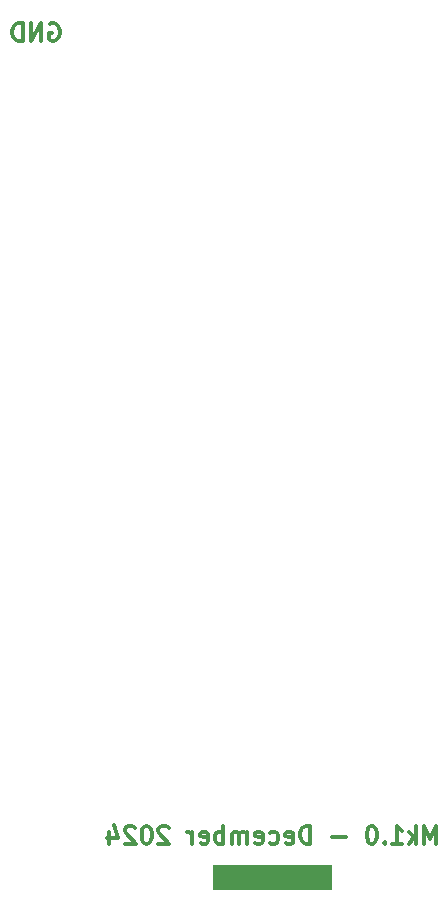
<source format=gbo>
%TF.GenerationSoftware,KiCad,Pcbnew,8.0.5*%
%TF.CreationDate,2024-12-03T21:15:31+01:00*%
%TF.ProjectId,DMH_Mixer_PANEL,444d485f-4d69-4786-9572-5f50414e454c,rev?*%
%TF.SameCoordinates,Original*%
%TF.FileFunction,Legend,Bot*%
%TF.FilePolarity,Positive*%
%FSLAX46Y46*%
G04 Gerber Fmt 4.6, Leading zero omitted, Abs format (unit mm)*
G04 Created by KiCad (PCBNEW 8.0.5) date 2024-12-03 21:15:31*
%MOMM*%
%LPD*%
G01*
G04 APERTURE LIST*
%ADD10C,0.100000*%
%ADD11C,0.300000*%
%ADD12C,12.000000*%
%ADD13O,2.500000X1.500000*%
%ADD14C,4.000000*%
%ADD15C,2.900000*%
%ADD16C,13.000000*%
%ADD17C,0.500000*%
%ADD18C,2.600000*%
%ADD19R,5.000000X10.000000*%
G04 APERTURE END LIST*
D10*
X70000000Y-225450000D02*
X80000000Y-225450000D01*
X80000000Y-227450000D01*
X70000000Y-227450000D01*
X70000000Y-225450000D01*
G36*
X70000000Y-225450000D02*
G01*
X80000000Y-225450000D01*
X80000000Y-227450000D01*
X70000000Y-227450000D01*
X70000000Y-225450000D01*
G37*
D11*
X88857141Y-223628328D02*
X88857141Y-222128328D01*
X88857141Y-222128328D02*
X88357141Y-223199757D01*
X88357141Y-223199757D02*
X87857141Y-222128328D01*
X87857141Y-222128328D02*
X87857141Y-223628328D01*
X87142855Y-223628328D02*
X87142855Y-222128328D01*
X86999998Y-223056900D02*
X86571426Y-223628328D01*
X86571426Y-222628328D02*
X87142855Y-223199757D01*
X85142854Y-223628328D02*
X85999997Y-223628328D01*
X85571426Y-223628328D02*
X85571426Y-222128328D01*
X85571426Y-222128328D02*
X85714283Y-222342614D01*
X85714283Y-222342614D02*
X85857140Y-222485471D01*
X85857140Y-222485471D02*
X85999997Y-222556900D01*
X84499998Y-223485471D02*
X84428569Y-223556900D01*
X84428569Y-223556900D02*
X84499998Y-223628328D01*
X84499998Y-223628328D02*
X84571426Y-223556900D01*
X84571426Y-223556900D02*
X84499998Y-223485471D01*
X84499998Y-223485471D02*
X84499998Y-223628328D01*
X83499997Y-222128328D02*
X83357140Y-222128328D01*
X83357140Y-222128328D02*
X83214283Y-222199757D01*
X83214283Y-222199757D02*
X83142855Y-222271185D01*
X83142855Y-222271185D02*
X83071426Y-222414042D01*
X83071426Y-222414042D02*
X82999997Y-222699757D01*
X82999997Y-222699757D02*
X82999997Y-223056900D01*
X82999997Y-223056900D02*
X83071426Y-223342614D01*
X83071426Y-223342614D02*
X83142855Y-223485471D01*
X83142855Y-223485471D02*
X83214283Y-223556900D01*
X83214283Y-223556900D02*
X83357140Y-223628328D01*
X83357140Y-223628328D02*
X83499997Y-223628328D01*
X83499997Y-223628328D02*
X83642855Y-223556900D01*
X83642855Y-223556900D02*
X83714283Y-223485471D01*
X83714283Y-223485471D02*
X83785712Y-223342614D01*
X83785712Y-223342614D02*
X83857140Y-223056900D01*
X83857140Y-223056900D02*
X83857140Y-222699757D01*
X83857140Y-222699757D02*
X83785712Y-222414042D01*
X83785712Y-222414042D02*
X83714283Y-222271185D01*
X83714283Y-222271185D02*
X83642855Y-222199757D01*
X83642855Y-222199757D02*
X83499997Y-222128328D01*
X81214284Y-223056900D02*
X80071427Y-223056900D01*
X78214284Y-223628328D02*
X78214284Y-222128328D01*
X78214284Y-222128328D02*
X77857141Y-222128328D01*
X77857141Y-222128328D02*
X77642855Y-222199757D01*
X77642855Y-222199757D02*
X77499998Y-222342614D01*
X77499998Y-222342614D02*
X77428569Y-222485471D01*
X77428569Y-222485471D02*
X77357141Y-222771185D01*
X77357141Y-222771185D02*
X77357141Y-222985471D01*
X77357141Y-222985471D02*
X77428569Y-223271185D01*
X77428569Y-223271185D02*
X77499998Y-223414042D01*
X77499998Y-223414042D02*
X77642855Y-223556900D01*
X77642855Y-223556900D02*
X77857141Y-223628328D01*
X77857141Y-223628328D02*
X78214284Y-223628328D01*
X76142855Y-223556900D02*
X76285712Y-223628328D01*
X76285712Y-223628328D02*
X76571427Y-223628328D01*
X76571427Y-223628328D02*
X76714284Y-223556900D01*
X76714284Y-223556900D02*
X76785712Y-223414042D01*
X76785712Y-223414042D02*
X76785712Y-222842614D01*
X76785712Y-222842614D02*
X76714284Y-222699757D01*
X76714284Y-222699757D02*
X76571427Y-222628328D01*
X76571427Y-222628328D02*
X76285712Y-222628328D01*
X76285712Y-222628328D02*
X76142855Y-222699757D01*
X76142855Y-222699757D02*
X76071427Y-222842614D01*
X76071427Y-222842614D02*
X76071427Y-222985471D01*
X76071427Y-222985471D02*
X76785712Y-223128328D01*
X74785713Y-223556900D02*
X74928570Y-223628328D01*
X74928570Y-223628328D02*
X75214284Y-223628328D01*
X75214284Y-223628328D02*
X75357141Y-223556900D01*
X75357141Y-223556900D02*
X75428570Y-223485471D01*
X75428570Y-223485471D02*
X75499998Y-223342614D01*
X75499998Y-223342614D02*
X75499998Y-222914042D01*
X75499998Y-222914042D02*
X75428570Y-222771185D01*
X75428570Y-222771185D02*
X75357141Y-222699757D01*
X75357141Y-222699757D02*
X75214284Y-222628328D01*
X75214284Y-222628328D02*
X74928570Y-222628328D01*
X74928570Y-222628328D02*
X74785713Y-222699757D01*
X73571427Y-223556900D02*
X73714284Y-223628328D01*
X73714284Y-223628328D02*
X73999999Y-223628328D01*
X73999999Y-223628328D02*
X74142856Y-223556900D01*
X74142856Y-223556900D02*
X74214284Y-223414042D01*
X74214284Y-223414042D02*
X74214284Y-222842614D01*
X74214284Y-222842614D02*
X74142856Y-222699757D01*
X74142856Y-222699757D02*
X73999999Y-222628328D01*
X73999999Y-222628328D02*
X73714284Y-222628328D01*
X73714284Y-222628328D02*
X73571427Y-222699757D01*
X73571427Y-222699757D02*
X73499999Y-222842614D01*
X73499999Y-222842614D02*
X73499999Y-222985471D01*
X73499999Y-222985471D02*
X74214284Y-223128328D01*
X72857142Y-223628328D02*
X72857142Y-222628328D01*
X72857142Y-222771185D02*
X72785713Y-222699757D01*
X72785713Y-222699757D02*
X72642856Y-222628328D01*
X72642856Y-222628328D02*
X72428570Y-222628328D01*
X72428570Y-222628328D02*
X72285713Y-222699757D01*
X72285713Y-222699757D02*
X72214285Y-222842614D01*
X72214285Y-222842614D02*
X72214285Y-223628328D01*
X72214285Y-222842614D02*
X72142856Y-222699757D01*
X72142856Y-222699757D02*
X71999999Y-222628328D01*
X71999999Y-222628328D02*
X71785713Y-222628328D01*
X71785713Y-222628328D02*
X71642856Y-222699757D01*
X71642856Y-222699757D02*
X71571427Y-222842614D01*
X71571427Y-222842614D02*
X71571427Y-223628328D01*
X70857142Y-223628328D02*
X70857142Y-222128328D01*
X70857142Y-222699757D02*
X70714285Y-222628328D01*
X70714285Y-222628328D02*
X70428570Y-222628328D01*
X70428570Y-222628328D02*
X70285713Y-222699757D01*
X70285713Y-222699757D02*
X70214285Y-222771185D01*
X70214285Y-222771185D02*
X70142856Y-222914042D01*
X70142856Y-222914042D02*
X70142856Y-223342614D01*
X70142856Y-223342614D02*
X70214285Y-223485471D01*
X70214285Y-223485471D02*
X70285713Y-223556900D01*
X70285713Y-223556900D02*
X70428570Y-223628328D01*
X70428570Y-223628328D02*
X70714285Y-223628328D01*
X70714285Y-223628328D02*
X70857142Y-223556900D01*
X68928570Y-223556900D02*
X69071427Y-223628328D01*
X69071427Y-223628328D02*
X69357142Y-223628328D01*
X69357142Y-223628328D02*
X69499999Y-223556900D01*
X69499999Y-223556900D02*
X69571427Y-223414042D01*
X69571427Y-223414042D02*
X69571427Y-222842614D01*
X69571427Y-222842614D02*
X69499999Y-222699757D01*
X69499999Y-222699757D02*
X69357142Y-222628328D01*
X69357142Y-222628328D02*
X69071427Y-222628328D01*
X69071427Y-222628328D02*
X68928570Y-222699757D01*
X68928570Y-222699757D02*
X68857142Y-222842614D01*
X68857142Y-222842614D02*
X68857142Y-222985471D01*
X68857142Y-222985471D02*
X69571427Y-223128328D01*
X68214285Y-223628328D02*
X68214285Y-222628328D01*
X68214285Y-222914042D02*
X68142856Y-222771185D01*
X68142856Y-222771185D02*
X68071428Y-222699757D01*
X68071428Y-222699757D02*
X67928570Y-222628328D01*
X67928570Y-222628328D02*
X67785713Y-222628328D01*
X66214285Y-222271185D02*
X66142857Y-222199757D01*
X66142857Y-222199757D02*
X66000000Y-222128328D01*
X66000000Y-222128328D02*
X65642857Y-222128328D01*
X65642857Y-222128328D02*
X65500000Y-222199757D01*
X65500000Y-222199757D02*
X65428571Y-222271185D01*
X65428571Y-222271185D02*
X65357142Y-222414042D01*
X65357142Y-222414042D02*
X65357142Y-222556900D01*
X65357142Y-222556900D02*
X65428571Y-222771185D01*
X65428571Y-222771185D02*
X66285714Y-223628328D01*
X66285714Y-223628328D02*
X65357142Y-223628328D01*
X64428571Y-222128328D02*
X64285714Y-222128328D01*
X64285714Y-222128328D02*
X64142857Y-222199757D01*
X64142857Y-222199757D02*
X64071429Y-222271185D01*
X64071429Y-222271185D02*
X64000000Y-222414042D01*
X64000000Y-222414042D02*
X63928571Y-222699757D01*
X63928571Y-222699757D02*
X63928571Y-223056900D01*
X63928571Y-223056900D02*
X64000000Y-223342614D01*
X64000000Y-223342614D02*
X64071429Y-223485471D01*
X64071429Y-223485471D02*
X64142857Y-223556900D01*
X64142857Y-223556900D02*
X64285714Y-223628328D01*
X64285714Y-223628328D02*
X64428571Y-223628328D01*
X64428571Y-223628328D02*
X64571429Y-223556900D01*
X64571429Y-223556900D02*
X64642857Y-223485471D01*
X64642857Y-223485471D02*
X64714286Y-223342614D01*
X64714286Y-223342614D02*
X64785714Y-223056900D01*
X64785714Y-223056900D02*
X64785714Y-222699757D01*
X64785714Y-222699757D02*
X64714286Y-222414042D01*
X64714286Y-222414042D02*
X64642857Y-222271185D01*
X64642857Y-222271185D02*
X64571429Y-222199757D01*
X64571429Y-222199757D02*
X64428571Y-222128328D01*
X63357143Y-222271185D02*
X63285715Y-222199757D01*
X63285715Y-222199757D02*
X63142858Y-222128328D01*
X63142858Y-222128328D02*
X62785715Y-222128328D01*
X62785715Y-222128328D02*
X62642858Y-222199757D01*
X62642858Y-222199757D02*
X62571429Y-222271185D01*
X62571429Y-222271185D02*
X62500000Y-222414042D01*
X62500000Y-222414042D02*
X62500000Y-222556900D01*
X62500000Y-222556900D02*
X62571429Y-222771185D01*
X62571429Y-222771185D02*
X63428572Y-223628328D01*
X63428572Y-223628328D02*
X62500000Y-223628328D01*
X61214287Y-222628328D02*
X61214287Y-223628328D01*
X61571429Y-222056900D02*
X61928572Y-223128328D01*
X61928572Y-223128328D02*
X61000001Y-223128328D01*
X56142856Y-154249757D02*
X56285714Y-154178328D01*
X56285714Y-154178328D02*
X56499999Y-154178328D01*
X56499999Y-154178328D02*
X56714285Y-154249757D01*
X56714285Y-154249757D02*
X56857142Y-154392614D01*
X56857142Y-154392614D02*
X56928571Y-154535471D01*
X56928571Y-154535471D02*
X56999999Y-154821185D01*
X56999999Y-154821185D02*
X56999999Y-155035471D01*
X56999999Y-155035471D02*
X56928571Y-155321185D01*
X56928571Y-155321185D02*
X56857142Y-155464042D01*
X56857142Y-155464042D02*
X56714285Y-155606900D01*
X56714285Y-155606900D02*
X56499999Y-155678328D01*
X56499999Y-155678328D02*
X56357142Y-155678328D01*
X56357142Y-155678328D02*
X56142856Y-155606900D01*
X56142856Y-155606900D02*
X56071428Y-155535471D01*
X56071428Y-155535471D02*
X56071428Y-155035471D01*
X56071428Y-155035471D02*
X56357142Y-155035471D01*
X55428571Y-155678328D02*
X55428571Y-154178328D01*
X55428571Y-154178328D02*
X54571428Y-155678328D01*
X54571428Y-155678328D02*
X54571428Y-154178328D01*
X53857142Y-155678328D02*
X53857142Y-154178328D01*
X53857142Y-154178328D02*
X53499999Y-154178328D01*
X53499999Y-154178328D02*
X53285713Y-154249757D01*
X53285713Y-154249757D02*
X53142856Y-154392614D01*
X53142856Y-154392614D02*
X53071427Y-154535471D01*
X53071427Y-154535471D02*
X52999999Y-154821185D01*
X52999999Y-154821185D02*
X52999999Y-155035471D01*
X52999999Y-155035471D02*
X53071427Y-155321185D01*
X53071427Y-155321185D02*
X53142856Y-155464042D01*
X53142856Y-155464042D02*
X53285713Y-155606900D01*
X53285713Y-155606900D02*
X53499999Y-155678328D01*
X53499999Y-155678328D02*
X53857142Y-155678328D01*
%LPC*%
D12*
%TO.C,H13*%
X83250000Y-129500000D03*
D13*
X83250000Y-135500000D03*
%TD*%
D12*
%TO.C,H12*%
X83250000Y-94000000D03*
D13*
X83250000Y-100000000D03*
%TD*%
D12*
%TO.C,H16*%
X83250000Y-165000000D03*
D13*
X83250000Y-171000000D03*
%TD*%
D12*
%TO.C,H11*%
X83250000Y-58500000D03*
D13*
X83250000Y-64500000D03*
%TD*%
D14*
%TO.C,H3*%
X53500000Y-226500000D03*
%TD*%
D15*
%TO.C,H18*%
X58500000Y-123100000D03*
D16*
X58500000Y-129500000D03*
%TD*%
D17*
%TO.C,H8*%
X85800000Y-208750000D03*
X87460000Y-204720000D03*
X87470000Y-212790000D03*
X91500000Y-203050000D03*
D12*
X91500000Y-208750000D03*
D17*
X91500000Y-214450000D03*
X95530000Y-212790000D03*
X95540000Y-204720000D03*
X97200000Y-208750000D03*
%TD*%
%TO.C,H5*%
X52800000Y-190250000D03*
X54460000Y-186220000D03*
X54470000Y-194290000D03*
X58500000Y-184550000D03*
D12*
X58500000Y-190250000D03*
D17*
X58500000Y-195950000D03*
X62530000Y-194290000D03*
X62540000Y-186220000D03*
X64200000Y-190250000D03*
%TD*%
D15*
%TO.C,H14*%
X58500000Y-52100000D03*
D16*
X58500000Y-58500000D03*
%TD*%
D15*
%TO.C,H19*%
X58500000Y-158600000D03*
D16*
X58500000Y-165000000D03*
%TD*%
D17*
%TO.C,H6*%
X69300000Y-190250000D03*
X70960000Y-186220000D03*
X70970000Y-194290000D03*
X75000000Y-184550000D03*
D12*
X75000000Y-190250000D03*
D17*
X75000000Y-195950000D03*
X79030000Y-194290000D03*
X79040000Y-186220000D03*
X80700000Y-190250000D03*
%TD*%
%TO.C,H7*%
X52800000Y-208750000D03*
X54460000Y-204720000D03*
X54470000Y-212790000D03*
X58500000Y-203050000D03*
D12*
X58500000Y-208750000D03*
D17*
X58500000Y-214450000D03*
X62530000Y-212790000D03*
X62540000Y-204720000D03*
X64200000Y-208750000D03*
%TD*%
%TO.C,H15*%
X69300000Y-208750000D03*
X70960000Y-204720000D03*
X70970000Y-212790000D03*
X75000000Y-203050000D03*
D12*
X75000000Y-208750000D03*
D17*
X75000000Y-214450000D03*
X79030000Y-212790000D03*
X79040000Y-204720000D03*
X80700000Y-208750000D03*
%TD*%
D14*
%TO.C,H2*%
X96500000Y-33500000D03*
%TD*%
%TO.C,H4*%
X96500000Y-226500000D03*
%TD*%
%TO.C,H1*%
X53500000Y-33500000D03*
%TD*%
D18*
%TO.C,H9*%
X91500000Y-185050000D03*
D16*
X91500000Y-190250000D03*
%TD*%
D15*
%TO.C,H17*%
X58500000Y-87600000D03*
D16*
X58500000Y-94000000D03*
%TD*%
D19*
%TO.C,J0*%
X55000000Y-148250000D03*
%TD*%
%LPD*%
M02*

</source>
